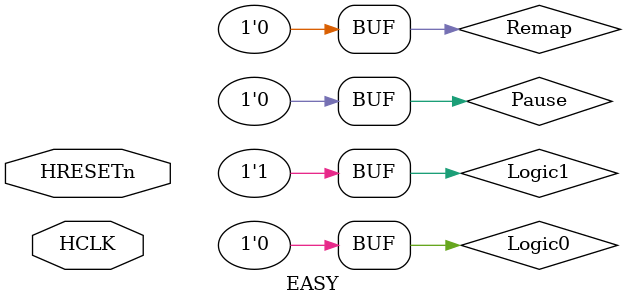
<source format=v>

`timescale 1ns/1ps

  `define TRN_IDLE   2'b00
  `define TRN_BUSY   2'b01
  `define TRN_NONSEQ 2'b10
  `define TRN_SEQ    2'b11
 
// HRESP transfer response signal encoding
  `define RSP_OKAY  2'b00
  `define RSP_ERROR 2'b01
  `define RSP_RETRY 2'b10
  `define RSP_SPLIT 2'b11
  
  // HBURST transfer type signal encoding
  `define BUR_SINGLE 3'b000
  `define BUR_INCR   3'b001
  `define BUR_WRAP4  3'b010
  `define BUR_INCR4  3'b011
  `define BUR_WRAP8  3'b100
  `define BUR_INCR8  3'b101
  `define BUR_WRAP16 3'b110
  `define BUR_INCR16 3'b111
  
  // HSIZE transfer type signal encoding
  `define SZ_BYTE    3'b000
  `define SZ_HALF    3'b001
  `define SZ_WORD    3'b010

module EASY (
	HCLK,
	HRESETn
//	nFIQ,
//	nIRQ
);

  input         HCLK;   		// External clock in
  input         HRESETn;   	// Power on reset input
  
 // wire 				nFIQ;
  wire 				nIRQ;
	
	
//--------------------------------------
// AHB Signals
//--------------------------------------  
  wire  [1:0] HTRANS;
  wire [31:0] HADDR;
  wire        HWRITE;
  wire  [2:0] HSIZE;
  wire  [2:0] HBURST;
  wire  [3:0] HPROT;
  wire [31:0] HWDATA;

// Multiplexed slave output signals
  wire [31:0] HRDATA;
  wire        HREADY;
  wire  [1:0] HRESP;

// Slave specific output signals


  wire        HSEL_mem;
  wire [31:0] HRDATA_mem;
  wire        HREADY_mem;
  wire  [1:0] HRESP_mem;

  
  wire        HSEL_tube;
  wire [31:0] HRDATA_tube;
  wire        HREADY_tube;
  wire  [1:0] HRESP_tube;

  wire        HSEL_testSlave;
  wire [31:0] HRDATA_testSlave;
  wire        HREADY_testSlave;
  wire  [1:0] HRESP_testSlave;
 
	
  wire        HSELDefault;
  wire        HREADYDefault;
  wire  [1:0] HRESPDefault;

// Master specific signals
  wire        HGRANTdummy;



  wire [31:0] 	HADDRM_RISC32;
  wire  [1:0] 	HTRANSM_RISC32;
  wire			HWRITEM_RISC32;
  wire  [2:0] 	HSIZEM_RISC32;
  wire  [2:0] 	HBURSTM_RISC32;
  wire  [3:0] 	HPROTM_RISC32;
  wire  [31:0] 	HWDATAM_RISC32;  
  wire			HBUSREQM_RISC32;
  wire 			HLOCKM_RISC32;
  wire        	HGRANTM_RISC32;  


  wire [31:0] HADDRM_testM01;
  wire  [1:0] HTRANSM_testM01;
  wire        HWRITEM_testM01;
  wire  [2:0] HSIZEM_testM01;
  wire  [2:0] HBURSTM_testM01;
  wire  [3:0] HPROTM_testM01;
  wire [31:0] HWDATAM_testM01;
  wire        HBUSREQM_testM01;
  wire        HLOCKM_testM01;
  wire        HGRANTM_testM01;
 
 
  wire [31:0] HADDRM_testM02;
  wire  [1:0] HTRANSM_testM02;
  wire        HWRITEM_testM02;
  wire  [2:0] HSIZEM_testM02;
  wire  [2:0] HBURSTM_testM02;
  wire  [3:0] HPROTM_testM02;
  wire [31:0] HWDATAM_testM02;
  wire        HBUSREQM_testM02;
  wire        HLOCKM_testM02;
  wire        HGRANTM_testM02;
  
  
  wire [31:0] HADDRM_testM03;
  wire  [1:0] HTRANSM_testM03;
  wire        HWRITEM_testM03;
  wire  [2:0] HSIZEM_testM03;
  wire  [2:0] HBURSTM_testM03;
  wire  [3:0] HPROTM_testM03;
  wire [31:0] HWDATAM_testM03;
  wire        HBUSREQM_testM03;
  wire        HLOCKM_testM03;
  wire        HGRANTM_testM03;
  
  
// Arbiter signals
  wire  [4:0] HMASTER;
  wire        HMASTLOCK;
  wire  [4:0] HSPLIT;
  
  
//--------------------------------------
// Tie Off Signals
//--------------------------------------
	wire       	Logic0;
	wire       	Logic1;
	wire 				Pause ;
	wire				Remap ;
	
//--------------------------------------
// Interrupt Signals
//--------------------------------------

wire		Timer1_ACK;
wire		Timer2_ACK;

wire		Timer1_IRQ; 
wire		Timer2_IRQ;
 

//------------------------------------------------------------------------------
// Beginning of main code
//------------------------------------------------------------------------------

// Set Signal Tie Offs

  assign Logic0 = 1'b0;
  assign Logic1 = 1'b1;
  assign Pause = Logic0 ;
  assign Remap = Logic0 ;
  
  RISC32 uRISC32 (
    .HCLK       (HCLK),
    .HRESETn    (HRESETn),
    
    // Signals from AMBA bus used during normal operation
    .HRDATAM     (HRDATA),
    .HREADYM     (HREADY),
    .HRESPM      (HRESP),
    .HGRANTM     (HGRANTM_RISC32),

    // Signals to AMBA bus used during normal operation
    .HADDRM      (HADDRM_RISC32),
    .HTRANSM     (HTRANSM_RISC32),
    .HWRITEM     (HWRITEM_RISC32),
    .HSIZEM      (HSIZEM_RISC32),
    .HBURSTM     (HBURSTM_RISC32),
    .HPROTM      (HPROTM_RISC32),
    .HWDATAM     (HWDATAM_RISC32),
    .HBUSREQM    (HBUSREQM_RISC32),
    .HLOCKM      (HLOCKM_RISC32),
    
    // Signals from AMBA bus used by MISR
    .HADDRS      (HADDR),
    .HTRANSS     (HTRANS),
    .HWRITES     (HWRITE),
    .HSIZES      (HSIZE),
    .HWDATAS     (HWDATA),
    .HSELS       (1'b0),
    .HREADYS     (HREADY),

    // Signals to AMBA bus used by MISR
    .HRDATAS     (),
    .HREADYOUTS  (),
    .HRESPS      (),

    // RISC32 interrupts
    .RISCNFIQ    (1'b1),
    .RISCNIRQ    (1'b1)
  );
 
	
  IntMem uIntMem_1 (
    .HCLK       (HCLK),
    .HRESETn    (HRESETn),
    .HADDR      (HADDR),
    .HTRANS     (HTRANS),
    .HWRITE     (HWRITE),
    .HSIZE      (HSIZE),
    .HWDATA     (HWDATA),
    .HSEL 		(HSEL_mem),
    .HREADYin   (HREADY),

    .HRDATA     (HRDATA_mem),
    .HREADYout  (HREADY_mem),
    .HRESP      (HRESP_mem)
  );
   
  
  Tube uTube (
    .HCLK       (HCLK),
    .HRESETn    (HRESETn),
    .HADDR      (HADDR),
    .HTRANS     (HTRANS),
    .HWRITE     (HWRITE),
    .HSIZE      (HSIZE),
    .HWDATA     (HWDATA),
    .HSEL 		(HSEL_tube),
    .HREADYin   (HREADY),

    .HRDATA     (HRDATA_tube),
    .HREADYout  (HREADY_tube),
    .HRESP      (HRESP_tube)
    );
    
// The AHB system arbiter
  Arbiter  uArbiter (
    .HCLK       (HCLK),
    .HRESETn    (HRESETn),
    .HTRANS     (HTRANS),
    .HBURST     (HBURST),
    .HREADY     (HREADY),
    .HRESP      (HRESP),
                     
    .HSPLIT     (5'b00000),
                     
    .HBUSREQ0   (Pause),
    .HBUSREQ4   (Pause),
    .HBUSREQ2   (Pause),
    .HBUSREQ3   (Pause),
    .HBUSREQ1   (HBUSREQM_RISC32),	
                     
    .HLOCK0     (Logic0),
    .HLOCK4     (Logic0),
    .HLOCK2     (Logic0),
    .HLOCK3     (Logic0),
    .HLOCK1     (HLOCKM_RISC32),	
                     
    .HGRANT0    (HGRANTdummy),
    .HGRANT4    (HGRANTM_testM01),
    .HGRANT2    (HGRANTM_testM02),
    .HGRANT3    (HGRANTM_testM03),
    .HGRANT1    (HGRANTM_RISC32),	
                     
    .HMASTER    (HMASTER),  // Current bus master
    .HMASTLOCK  (HMASTLOCK)
    );

	
	
  testMISRSlave_top testSlave(
									//AHB Bus Input
        .HCLK       (HCLK),
        .HRESET_n	(HRESETn),
        .HADDRS		(HADDR),
        .HTRANSS	(HTRANS),
        .HWRITES	(HWRITE),
        .HSIZES		(HSIZE),
        .HWDATAS     (HWDATA),
        .HSELS		(HSEL_testSlave),
        .HREADYS	(HREADY),
									//AHB Bus Output
        .HRDATAS	(HRDATA_testSlave),
        .HREADYOUTS	(HREADY_testSlave),
        .HRESPS		(HRESP_testSlave)
									//From core to IP
      //  core_out
        );

// The system address Decoder
  Decoder uDecoder (
    .HRESETn     (HRESETn),
    .HADDR       (HADDR),

	.HSELDefault (HSELDefault),  // Default Slave
    .HSEL_Slave1 (HSEL_mem),  		// Interna Memory
    .HSEL_Slave2 (HSEL_tube),  		// Tube
    .HSEL_Slave3 (HSEL_testSlave)  //testSlave
 );

// The Default Slave is selected when no other slaves are accessed
  DefaultSlave uDefaultSlave (
    .HCLK        (HCLK),
    .HRESETn     (HRESETn),
    .HTRANS      (HTRANS),
    .HSELDefault (HSELDefault),
    .HREADYin    (HREADY),

    .HREADYout   (HREADYDefault),
    .HRESP       (HRESPDefault)
    );
		

// Central multiplexer - masters to slaves
  MuxM2S uMuxM2S (
    .HCLK          (HCLK),
    .HRESETn       (HRESETn),
    .HMASTER       (HMASTER),
    .HREADY        (HREADY),

    .HADDR_M1      (HADDRM_RISC32),
    .HTRANS_M1     (HTRANSM_RISC32),
    .HWRITE_M1     (HWRITEM_RISC32),
    .HSIZE_M1      (HSIZEM_RISC32),
    .HBURST_M1     (HBURSTM_RISC32),
    .HPROT_M1      (HPROTM_RISC32),
    .HWDATA_M1     (HWDATAM_RISC32),
		
    .HADDR_M2      (HADDRM_testM02),
    .HTRANS_M2     (HTRANSM_testM02),
    .HWRITE_M2     (HWRITEM_testM02),
    .HSIZE_M2      (HSIZEM_testM02),
    .HBURST_M2     (HBURSTM_testM02),
    .HPROT_M2      (HPROTM_testM02),
    .HWDATA_M2     (HWDATAM_testM02),
    
    .HADDR_M4      (HADDRM_testM01),
    .HTRANS_M4     (HTRANSM_testM01),
    .HWRITE_M4     (HWRITEM_testM01),
    .HSIZE_M4      (HSIZEM_testM01),
    .HBURST_M4     (HBURSTM_testM01),
    .HPROT_M4      (HPROTM_testM01),
    .HWDATA_M4     (HWDATAM_testM01),
	
	.HADDR_M3      (HADDRM_testM03),
    .HTRANS_M3     (HTRANSM_testM03),
    .HWRITE_M3     (HWRITEM_testM03),
    .HSIZE_M3      (HSIZEM_testM03),
    .HBURST_M3     (HBURSTM_testM03),
    .HPROT_M3      (HPROTM_testM03),
    .HWDATA_M3     (HWDATAM_testM03),

    .HADDR         (HADDR),
    .HTRANS        (HTRANS),
    .HWRITE        (HWRITE),
    .HSIZE         (HSIZE),
    .HBURST        (HBURST),
    .HPROT         (HPROT),
    .HWDATA        (HWDATA)
    );

// Central multiplexer - slaves to masters
  MuxS2M uMuxS2M (
    .HCLK           (HCLK),
    .HRESETn        (HRESETn),
    
    .HSELDefault 	(HSELDefault),  // Default Slave
    .HSEL_Slave1 	(HSEL_mem),  		// Interna Memory
    .HSEL_Slave2 	(HSEL_tube),  		// Tube
    .HSEL_Slave3 	(HSEL_testSlave),  	// testSlave
    .HSEL_Slave4 	(Logic0), 			// External Memory 	
    .HSEL_Slave5 	(Logic0),  	
    .HSEL_Slave6 	(Logic0),   	
		
	.HRDATA_S1      (HRDATA_mem),
    .HREADY_S1      (HREADY_mem),
    .HRESP_S1       (HRESP_mem),
    
    .HRDATA_S2      (HRDATA_tube),
    .HREADY_S2  	(HREADY_tube),
    .HRESP_S2       (HRESP_tube),
    
    .HRDATA_S3      (HRDATA_testSlave),
    .HREADY_S3  	(HREADY_testSlave),
    .HRESP_S3       (HRESP_testSlave),
    
    .HRDATA_S4      (),					// External Memory 
    .HREADY_S4  	(),
    .HRESP_S4       (),
    
    .HRDATA_S5      (),
    .HREADY_S5  	(),
    .HRESP_S5       (),
	
    .HRDATA_S6      (),
    .HREADY_S6  	(),
    .HRESP_S6       (),    	
    
    .HREADYDefault  (HREADYDefault),
    .HRESPDefault   (HRESPDefault),

    .HRDATA         (HRDATA),
    .HREADY         (HREADY),
    .HRESP          (HRESP)
    );
endmodule

// --================================= End ===================================--

</source>
